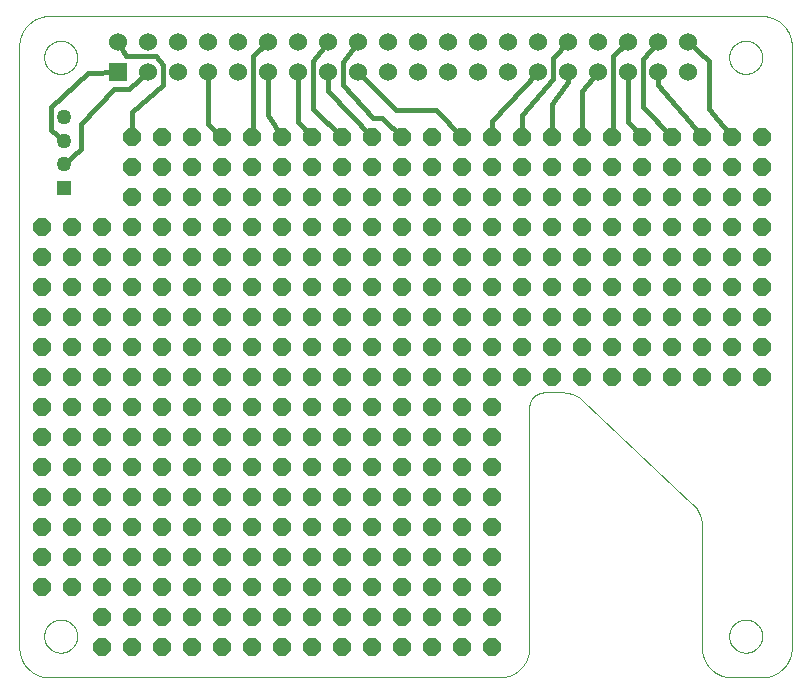
<source format=gtl>
G75*
%MOIN*%
%OFA0B0*%
%FSLAX25Y25*%
%IPPOS*%
%LPD*%
%AMOC8*
5,1,8,0,0,1.08239X$1,22.5*
%
%ADD10C,0.00000*%
%ADD11R,0.06000X0.06000*%
%ADD12C,0.06000*%
%ADD13OC8,0.06000*%
%ADD14R,0.05000X0.05000*%
%ADD15C,0.05000*%
%ADD16C,0.01600*%
D10*
X0015000Y0022600D02*
X0165000Y0022600D01*
X0165242Y0022603D01*
X0165483Y0022612D01*
X0165724Y0022626D01*
X0165965Y0022647D01*
X0166205Y0022673D01*
X0166445Y0022705D01*
X0166684Y0022743D01*
X0166921Y0022786D01*
X0167158Y0022836D01*
X0167393Y0022891D01*
X0167627Y0022951D01*
X0167859Y0023018D01*
X0168090Y0023089D01*
X0168319Y0023167D01*
X0168546Y0023250D01*
X0168771Y0023338D01*
X0168994Y0023432D01*
X0169214Y0023531D01*
X0169432Y0023636D01*
X0169647Y0023745D01*
X0169860Y0023860D01*
X0170070Y0023980D01*
X0170276Y0024105D01*
X0170480Y0024235D01*
X0170681Y0024370D01*
X0170878Y0024510D01*
X0171072Y0024654D01*
X0171262Y0024803D01*
X0171448Y0024957D01*
X0171631Y0025115D01*
X0171810Y0025277D01*
X0171985Y0025444D01*
X0172156Y0025615D01*
X0172323Y0025790D01*
X0172485Y0025969D01*
X0172643Y0026152D01*
X0172797Y0026338D01*
X0172946Y0026528D01*
X0173090Y0026722D01*
X0173230Y0026919D01*
X0173365Y0027120D01*
X0173495Y0027324D01*
X0173620Y0027530D01*
X0173740Y0027740D01*
X0173855Y0027953D01*
X0173964Y0028168D01*
X0174069Y0028386D01*
X0174168Y0028606D01*
X0174262Y0028829D01*
X0174350Y0029054D01*
X0174433Y0029281D01*
X0174511Y0029510D01*
X0174582Y0029741D01*
X0174649Y0029973D01*
X0174709Y0030207D01*
X0174764Y0030442D01*
X0174814Y0030679D01*
X0174857Y0030916D01*
X0174895Y0031155D01*
X0174927Y0031395D01*
X0174953Y0031635D01*
X0174974Y0031876D01*
X0174988Y0032117D01*
X0174997Y0032358D01*
X0175000Y0032600D01*
X0175000Y0112600D01*
X0175002Y0112740D01*
X0175008Y0112880D01*
X0175018Y0113020D01*
X0175031Y0113160D01*
X0175049Y0113299D01*
X0175071Y0113438D01*
X0175096Y0113575D01*
X0175125Y0113713D01*
X0175158Y0113849D01*
X0175195Y0113984D01*
X0175236Y0114118D01*
X0175281Y0114251D01*
X0175329Y0114383D01*
X0175381Y0114513D01*
X0175436Y0114642D01*
X0175495Y0114769D01*
X0175558Y0114895D01*
X0175624Y0115019D01*
X0175693Y0115140D01*
X0175766Y0115260D01*
X0175843Y0115378D01*
X0175922Y0115493D01*
X0176005Y0115607D01*
X0176091Y0115717D01*
X0176180Y0115826D01*
X0176272Y0115932D01*
X0176367Y0116035D01*
X0176464Y0116136D01*
X0176565Y0116233D01*
X0176668Y0116328D01*
X0176774Y0116420D01*
X0176883Y0116509D01*
X0176993Y0116595D01*
X0177107Y0116678D01*
X0177222Y0116757D01*
X0177340Y0116834D01*
X0177460Y0116907D01*
X0177581Y0116976D01*
X0177705Y0117042D01*
X0177831Y0117105D01*
X0177958Y0117164D01*
X0178087Y0117219D01*
X0178217Y0117271D01*
X0178349Y0117319D01*
X0178482Y0117364D01*
X0178616Y0117405D01*
X0178751Y0117442D01*
X0178887Y0117475D01*
X0179025Y0117504D01*
X0179162Y0117529D01*
X0179301Y0117551D01*
X0179440Y0117569D01*
X0179580Y0117582D01*
X0179720Y0117592D01*
X0179860Y0117598D01*
X0180000Y0117600D01*
X0186034Y0117600D01*
X0192888Y0114882D02*
X0229354Y0080561D01*
X0232500Y0073279D02*
X0232500Y0032600D01*
X0232503Y0032358D01*
X0232512Y0032117D01*
X0232526Y0031876D01*
X0232547Y0031635D01*
X0232573Y0031395D01*
X0232605Y0031155D01*
X0232643Y0030916D01*
X0232686Y0030679D01*
X0232736Y0030442D01*
X0232791Y0030207D01*
X0232851Y0029973D01*
X0232918Y0029741D01*
X0232989Y0029510D01*
X0233067Y0029281D01*
X0233150Y0029054D01*
X0233238Y0028829D01*
X0233332Y0028606D01*
X0233431Y0028386D01*
X0233536Y0028168D01*
X0233645Y0027953D01*
X0233760Y0027740D01*
X0233880Y0027530D01*
X0234005Y0027324D01*
X0234135Y0027120D01*
X0234270Y0026919D01*
X0234410Y0026722D01*
X0234554Y0026528D01*
X0234703Y0026338D01*
X0234857Y0026152D01*
X0235015Y0025969D01*
X0235177Y0025790D01*
X0235344Y0025615D01*
X0235515Y0025444D01*
X0235690Y0025277D01*
X0235869Y0025115D01*
X0236052Y0024957D01*
X0236238Y0024803D01*
X0236428Y0024654D01*
X0236622Y0024510D01*
X0236819Y0024370D01*
X0237020Y0024235D01*
X0237224Y0024105D01*
X0237430Y0023980D01*
X0237640Y0023860D01*
X0237853Y0023745D01*
X0238068Y0023636D01*
X0238286Y0023531D01*
X0238506Y0023432D01*
X0238729Y0023338D01*
X0238954Y0023250D01*
X0239181Y0023167D01*
X0239410Y0023089D01*
X0239641Y0023018D01*
X0239873Y0022951D01*
X0240107Y0022891D01*
X0240342Y0022836D01*
X0240579Y0022786D01*
X0240816Y0022743D01*
X0241055Y0022705D01*
X0241295Y0022673D01*
X0241535Y0022647D01*
X0241776Y0022626D01*
X0242017Y0022612D01*
X0242258Y0022603D01*
X0242500Y0022600D01*
X0252421Y0022600D01*
X0252422Y0022600D02*
X0252664Y0022602D01*
X0252907Y0022610D01*
X0253149Y0022624D01*
X0253391Y0022643D01*
X0253632Y0022669D01*
X0253873Y0022700D01*
X0254112Y0022737D01*
X0254351Y0022780D01*
X0254589Y0022828D01*
X0254825Y0022882D01*
X0255060Y0022942D01*
X0255294Y0023008D01*
X0255526Y0023079D01*
X0255756Y0023156D01*
X0255984Y0023238D01*
X0256210Y0023326D01*
X0256434Y0023420D01*
X0256656Y0023518D01*
X0256875Y0023622D01*
X0257091Y0023732D01*
X0257305Y0023846D01*
X0257516Y0023966D01*
X0257724Y0024090D01*
X0257930Y0024220D01*
X0258131Y0024355D01*
X0258330Y0024494D01*
X0258525Y0024638D01*
X0258717Y0024787D01*
X0258904Y0024941D01*
X0259089Y0025099D01*
X0259269Y0025261D01*
X0259445Y0025428D01*
X0259617Y0025599D01*
X0259785Y0025774D01*
X0259949Y0025952D01*
X0260109Y0026135D01*
X0260263Y0026322D01*
X0260414Y0026512D01*
X0260560Y0026706D01*
X0260701Y0026904D01*
X0260837Y0027105D01*
X0260968Y0027309D01*
X0261094Y0027516D01*
X0261216Y0027726D01*
X0261332Y0027939D01*
X0261443Y0028155D01*
X0261548Y0028373D01*
X0261649Y0028594D01*
X0261744Y0028817D01*
X0261834Y0029042D01*
X0261918Y0029270D01*
X0261996Y0029499D01*
X0262069Y0029731D01*
X0262137Y0029964D01*
X0262199Y0030198D01*
X0262255Y0030434D01*
X0262305Y0030672D01*
X0262350Y0030910D01*
X0262389Y0031150D01*
X0262422Y0031390D01*
X0262449Y0031631D01*
X0262471Y0031873D01*
X0262486Y0032115D01*
X0262496Y0032357D01*
X0262500Y0032600D01*
X0262500Y0233100D01*
X0262496Y0233346D01*
X0262485Y0233592D01*
X0262469Y0233838D01*
X0262446Y0234083D01*
X0262418Y0234327D01*
X0262384Y0234571D01*
X0262343Y0234813D01*
X0262297Y0235055D01*
X0262245Y0235296D01*
X0262186Y0235535D01*
X0262123Y0235772D01*
X0262053Y0236008D01*
X0261977Y0236242D01*
X0261896Y0236475D01*
X0261809Y0236705D01*
X0261716Y0236933D01*
X0261618Y0237158D01*
X0261515Y0237382D01*
X0261405Y0237602D01*
X0261291Y0237820D01*
X0261171Y0238035D01*
X0261046Y0238247D01*
X0260916Y0238456D01*
X0260781Y0238661D01*
X0260640Y0238863D01*
X0260495Y0239062D01*
X0260345Y0239257D01*
X0260190Y0239448D01*
X0260031Y0239636D01*
X0259867Y0239819D01*
X0259699Y0239999D01*
X0259526Y0240174D01*
X0259349Y0240345D01*
X0259168Y0240511D01*
X0258982Y0240673D01*
X0258793Y0240831D01*
X0258600Y0240984D01*
X0258404Y0241132D01*
X0258204Y0241275D01*
X0258000Y0241413D01*
X0257793Y0241546D01*
X0257583Y0241674D01*
X0257369Y0241797D01*
X0257153Y0241914D01*
X0256934Y0242026D01*
X0256713Y0242133D01*
X0256488Y0242234D01*
X0256262Y0242330D01*
X0256033Y0242420D01*
X0255802Y0242505D01*
X0255568Y0242584D01*
X0255333Y0242657D01*
X0255097Y0242724D01*
X0254859Y0242785D01*
X0254619Y0242841D01*
X0254378Y0242891D01*
X0254136Y0242934D01*
X0253893Y0242972D01*
X0253649Y0243004D01*
X0253404Y0243030D01*
X0253159Y0243050D01*
X0252913Y0243063D01*
X0252667Y0243071D01*
X0252421Y0243073D01*
X0252421Y0243072D02*
X0015000Y0243072D01*
X0014758Y0243069D01*
X0014517Y0243060D01*
X0014276Y0243046D01*
X0014035Y0243025D01*
X0013795Y0242999D01*
X0013555Y0242967D01*
X0013316Y0242929D01*
X0013079Y0242886D01*
X0012842Y0242836D01*
X0012607Y0242781D01*
X0012373Y0242721D01*
X0012141Y0242654D01*
X0011910Y0242583D01*
X0011681Y0242505D01*
X0011454Y0242422D01*
X0011229Y0242334D01*
X0011006Y0242240D01*
X0010786Y0242141D01*
X0010568Y0242036D01*
X0010353Y0241927D01*
X0010140Y0241812D01*
X0009930Y0241692D01*
X0009724Y0241567D01*
X0009520Y0241437D01*
X0009319Y0241302D01*
X0009122Y0241162D01*
X0008928Y0241018D01*
X0008738Y0240869D01*
X0008552Y0240715D01*
X0008369Y0240557D01*
X0008190Y0240395D01*
X0008015Y0240228D01*
X0007844Y0240057D01*
X0007677Y0239882D01*
X0007515Y0239703D01*
X0007357Y0239520D01*
X0007203Y0239334D01*
X0007054Y0239144D01*
X0006910Y0238950D01*
X0006770Y0238753D01*
X0006635Y0238552D01*
X0006505Y0238348D01*
X0006380Y0238142D01*
X0006260Y0237932D01*
X0006145Y0237719D01*
X0006036Y0237504D01*
X0005931Y0237286D01*
X0005832Y0237066D01*
X0005738Y0236843D01*
X0005650Y0236618D01*
X0005567Y0236391D01*
X0005489Y0236162D01*
X0005418Y0235931D01*
X0005351Y0235699D01*
X0005291Y0235465D01*
X0005236Y0235230D01*
X0005186Y0234993D01*
X0005143Y0234756D01*
X0005105Y0234517D01*
X0005073Y0234277D01*
X0005047Y0234037D01*
X0005026Y0233796D01*
X0005012Y0233555D01*
X0005003Y0233314D01*
X0005000Y0233072D01*
X0005000Y0032600D01*
X0005003Y0032358D01*
X0005012Y0032117D01*
X0005026Y0031876D01*
X0005047Y0031635D01*
X0005073Y0031395D01*
X0005105Y0031155D01*
X0005143Y0030916D01*
X0005186Y0030679D01*
X0005236Y0030442D01*
X0005291Y0030207D01*
X0005351Y0029973D01*
X0005418Y0029741D01*
X0005489Y0029510D01*
X0005567Y0029281D01*
X0005650Y0029054D01*
X0005738Y0028829D01*
X0005832Y0028606D01*
X0005931Y0028386D01*
X0006036Y0028168D01*
X0006145Y0027953D01*
X0006260Y0027740D01*
X0006380Y0027530D01*
X0006505Y0027324D01*
X0006635Y0027120D01*
X0006770Y0026919D01*
X0006910Y0026722D01*
X0007054Y0026528D01*
X0007203Y0026338D01*
X0007357Y0026152D01*
X0007515Y0025969D01*
X0007677Y0025790D01*
X0007844Y0025615D01*
X0008015Y0025444D01*
X0008190Y0025277D01*
X0008369Y0025115D01*
X0008552Y0024957D01*
X0008738Y0024803D01*
X0008928Y0024654D01*
X0009122Y0024510D01*
X0009319Y0024370D01*
X0009520Y0024235D01*
X0009724Y0024105D01*
X0009930Y0023980D01*
X0010140Y0023860D01*
X0010353Y0023745D01*
X0010568Y0023636D01*
X0010786Y0023531D01*
X0011006Y0023432D01*
X0011229Y0023338D01*
X0011454Y0023250D01*
X0011681Y0023167D01*
X0011910Y0023089D01*
X0012141Y0023018D01*
X0012373Y0022951D01*
X0012607Y0022891D01*
X0012842Y0022836D01*
X0013079Y0022786D01*
X0013316Y0022743D01*
X0013555Y0022705D01*
X0013795Y0022673D01*
X0014035Y0022647D01*
X0014276Y0022626D01*
X0014517Y0022612D01*
X0014758Y0022603D01*
X0015000Y0022600D01*
X0013268Y0036380D02*
X0013270Y0036528D01*
X0013276Y0036676D01*
X0013286Y0036824D01*
X0013300Y0036971D01*
X0013318Y0037118D01*
X0013339Y0037264D01*
X0013365Y0037410D01*
X0013395Y0037555D01*
X0013428Y0037699D01*
X0013466Y0037842D01*
X0013507Y0037984D01*
X0013552Y0038125D01*
X0013600Y0038265D01*
X0013653Y0038404D01*
X0013709Y0038541D01*
X0013769Y0038676D01*
X0013832Y0038810D01*
X0013899Y0038942D01*
X0013970Y0039072D01*
X0014044Y0039200D01*
X0014121Y0039326D01*
X0014202Y0039450D01*
X0014286Y0039572D01*
X0014373Y0039691D01*
X0014464Y0039808D01*
X0014558Y0039923D01*
X0014654Y0040035D01*
X0014754Y0040145D01*
X0014856Y0040251D01*
X0014962Y0040355D01*
X0015070Y0040456D01*
X0015181Y0040554D01*
X0015294Y0040650D01*
X0015410Y0040742D01*
X0015528Y0040831D01*
X0015649Y0040916D01*
X0015772Y0040999D01*
X0015897Y0041078D01*
X0016024Y0041154D01*
X0016153Y0041226D01*
X0016284Y0041295D01*
X0016417Y0041360D01*
X0016552Y0041421D01*
X0016688Y0041479D01*
X0016825Y0041534D01*
X0016964Y0041584D01*
X0017105Y0041631D01*
X0017246Y0041674D01*
X0017389Y0041714D01*
X0017533Y0041749D01*
X0017677Y0041781D01*
X0017823Y0041808D01*
X0017969Y0041832D01*
X0018116Y0041852D01*
X0018263Y0041868D01*
X0018410Y0041880D01*
X0018558Y0041888D01*
X0018706Y0041892D01*
X0018854Y0041892D01*
X0019002Y0041888D01*
X0019150Y0041880D01*
X0019297Y0041868D01*
X0019444Y0041852D01*
X0019591Y0041832D01*
X0019737Y0041808D01*
X0019883Y0041781D01*
X0020027Y0041749D01*
X0020171Y0041714D01*
X0020314Y0041674D01*
X0020455Y0041631D01*
X0020596Y0041584D01*
X0020735Y0041534D01*
X0020872Y0041479D01*
X0021008Y0041421D01*
X0021143Y0041360D01*
X0021276Y0041295D01*
X0021407Y0041226D01*
X0021536Y0041154D01*
X0021663Y0041078D01*
X0021788Y0040999D01*
X0021911Y0040916D01*
X0022032Y0040831D01*
X0022150Y0040742D01*
X0022266Y0040650D01*
X0022379Y0040554D01*
X0022490Y0040456D01*
X0022598Y0040355D01*
X0022704Y0040251D01*
X0022806Y0040145D01*
X0022906Y0040035D01*
X0023002Y0039923D01*
X0023096Y0039808D01*
X0023187Y0039691D01*
X0023274Y0039572D01*
X0023358Y0039450D01*
X0023439Y0039326D01*
X0023516Y0039200D01*
X0023590Y0039072D01*
X0023661Y0038942D01*
X0023728Y0038810D01*
X0023791Y0038676D01*
X0023851Y0038541D01*
X0023907Y0038404D01*
X0023960Y0038265D01*
X0024008Y0038125D01*
X0024053Y0037984D01*
X0024094Y0037842D01*
X0024132Y0037699D01*
X0024165Y0037555D01*
X0024195Y0037410D01*
X0024221Y0037264D01*
X0024242Y0037118D01*
X0024260Y0036971D01*
X0024274Y0036824D01*
X0024284Y0036676D01*
X0024290Y0036528D01*
X0024292Y0036380D01*
X0024290Y0036232D01*
X0024284Y0036084D01*
X0024274Y0035936D01*
X0024260Y0035789D01*
X0024242Y0035642D01*
X0024221Y0035496D01*
X0024195Y0035350D01*
X0024165Y0035205D01*
X0024132Y0035061D01*
X0024094Y0034918D01*
X0024053Y0034776D01*
X0024008Y0034635D01*
X0023960Y0034495D01*
X0023907Y0034356D01*
X0023851Y0034219D01*
X0023791Y0034084D01*
X0023728Y0033950D01*
X0023661Y0033818D01*
X0023590Y0033688D01*
X0023516Y0033560D01*
X0023439Y0033434D01*
X0023358Y0033310D01*
X0023274Y0033188D01*
X0023187Y0033069D01*
X0023096Y0032952D01*
X0023002Y0032837D01*
X0022906Y0032725D01*
X0022806Y0032615D01*
X0022704Y0032509D01*
X0022598Y0032405D01*
X0022490Y0032304D01*
X0022379Y0032206D01*
X0022266Y0032110D01*
X0022150Y0032018D01*
X0022032Y0031929D01*
X0021911Y0031844D01*
X0021788Y0031761D01*
X0021663Y0031682D01*
X0021536Y0031606D01*
X0021407Y0031534D01*
X0021276Y0031465D01*
X0021143Y0031400D01*
X0021008Y0031339D01*
X0020872Y0031281D01*
X0020735Y0031226D01*
X0020596Y0031176D01*
X0020455Y0031129D01*
X0020314Y0031086D01*
X0020171Y0031046D01*
X0020027Y0031011D01*
X0019883Y0030979D01*
X0019737Y0030952D01*
X0019591Y0030928D01*
X0019444Y0030908D01*
X0019297Y0030892D01*
X0019150Y0030880D01*
X0019002Y0030872D01*
X0018854Y0030868D01*
X0018706Y0030868D01*
X0018558Y0030872D01*
X0018410Y0030880D01*
X0018263Y0030892D01*
X0018116Y0030908D01*
X0017969Y0030928D01*
X0017823Y0030952D01*
X0017677Y0030979D01*
X0017533Y0031011D01*
X0017389Y0031046D01*
X0017246Y0031086D01*
X0017105Y0031129D01*
X0016964Y0031176D01*
X0016825Y0031226D01*
X0016688Y0031281D01*
X0016552Y0031339D01*
X0016417Y0031400D01*
X0016284Y0031465D01*
X0016153Y0031534D01*
X0016024Y0031606D01*
X0015897Y0031682D01*
X0015772Y0031761D01*
X0015649Y0031844D01*
X0015528Y0031929D01*
X0015410Y0032018D01*
X0015294Y0032110D01*
X0015181Y0032206D01*
X0015070Y0032304D01*
X0014962Y0032405D01*
X0014856Y0032509D01*
X0014754Y0032615D01*
X0014654Y0032725D01*
X0014558Y0032837D01*
X0014464Y0032952D01*
X0014373Y0033069D01*
X0014286Y0033188D01*
X0014202Y0033310D01*
X0014121Y0033434D01*
X0014044Y0033560D01*
X0013970Y0033688D01*
X0013899Y0033818D01*
X0013832Y0033950D01*
X0013769Y0034084D01*
X0013709Y0034219D01*
X0013653Y0034356D01*
X0013600Y0034495D01*
X0013552Y0034635D01*
X0013507Y0034776D01*
X0013466Y0034918D01*
X0013428Y0035061D01*
X0013395Y0035205D01*
X0013365Y0035350D01*
X0013339Y0035496D01*
X0013318Y0035642D01*
X0013300Y0035789D01*
X0013286Y0035936D01*
X0013276Y0036084D01*
X0013270Y0036232D01*
X0013268Y0036380D01*
X0186034Y0117600D02*
X0186278Y0117597D01*
X0186521Y0117588D01*
X0186764Y0117573D01*
X0187007Y0117553D01*
X0187249Y0117526D01*
X0187490Y0117493D01*
X0187731Y0117455D01*
X0187970Y0117411D01*
X0188209Y0117361D01*
X0188446Y0117305D01*
X0188681Y0117243D01*
X0188916Y0117176D01*
X0189148Y0117103D01*
X0189378Y0117024D01*
X0189607Y0116940D01*
X0189833Y0116850D01*
X0190058Y0116755D01*
X0190279Y0116654D01*
X0190499Y0116548D01*
X0190715Y0116437D01*
X0190929Y0116320D01*
X0191140Y0116198D01*
X0191348Y0116071D01*
X0191553Y0115939D01*
X0191754Y0115802D01*
X0191952Y0115661D01*
X0192147Y0115514D01*
X0192338Y0115363D01*
X0192525Y0115207D01*
X0192708Y0115047D01*
X0192888Y0114882D01*
X0229354Y0080561D02*
X0229526Y0080395D01*
X0229695Y0080224D01*
X0229860Y0080049D01*
X0230020Y0079871D01*
X0230176Y0079689D01*
X0230327Y0079503D01*
X0230474Y0079313D01*
X0230617Y0079120D01*
X0230755Y0078924D01*
X0230888Y0078724D01*
X0231016Y0078521D01*
X0231139Y0078315D01*
X0231257Y0078107D01*
X0231371Y0077895D01*
X0231479Y0077681D01*
X0231582Y0077464D01*
X0231680Y0077245D01*
X0231772Y0077024D01*
X0231859Y0076800D01*
X0231941Y0076575D01*
X0232018Y0076348D01*
X0232088Y0076118D01*
X0232154Y0075887D01*
X0232214Y0075655D01*
X0232268Y0075421D01*
X0232316Y0075187D01*
X0232359Y0074950D01*
X0232397Y0074713D01*
X0232428Y0074476D01*
X0232454Y0074237D01*
X0232474Y0073998D01*
X0232488Y0073759D01*
X0232497Y0073519D01*
X0232500Y0073279D01*
X0241614Y0036380D02*
X0241616Y0036528D01*
X0241622Y0036676D01*
X0241632Y0036824D01*
X0241646Y0036971D01*
X0241664Y0037118D01*
X0241685Y0037264D01*
X0241711Y0037410D01*
X0241741Y0037555D01*
X0241774Y0037699D01*
X0241812Y0037842D01*
X0241853Y0037984D01*
X0241898Y0038125D01*
X0241946Y0038265D01*
X0241999Y0038404D01*
X0242055Y0038541D01*
X0242115Y0038676D01*
X0242178Y0038810D01*
X0242245Y0038942D01*
X0242316Y0039072D01*
X0242390Y0039200D01*
X0242467Y0039326D01*
X0242548Y0039450D01*
X0242632Y0039572D01*
X0242719Y0039691D01*
X0242810Y0039808D01*
X0242904Y0039923D01*
X0243000Y0040035D01*
X0243100Y0040145D01*
X0243202Y0040251D01*
X0243308Y0040355D01*
X0243416Y0040456D01*
X0243527Y0040554D01*
X0243640Y0040650D01*
X0243756Y0040742D01*
X0243874Y0040831D01*
X0243995Y0040916D01*
X0244118Y0040999D01*
X0244243Y0041078D01*
X0244370Y0041154D01*
X0244499Y0041226D01*
X0244630Y0041295D01*
X0244763Y0041360D01*
X0244898Y0041421D01*
X0245034Y0041479D01*
X0245171Y0041534D01*
X0245310Y0041584D01*
X0245451Y0041631D01*
X0245592Y0041674D01*
X0245735Y0041714D01*
X0245879Y0041749D01*
X0246023Y0041781D01*
X0246169Y0041808D01*
X0246315Y0041832D01*
X0246462Y0041852D01*
X0246609Y0041868D01*
X0246756Y0041880D01*
X0246904Y0041888D01*
X0247052Y0041892D01*
X0247200Y0041892D01*
X0247348Y0041888D01*
X0247496Y0041880D01*
X0247643Y0041868D01*
X0247790Y0041852D01*
X0247937Y0041832D01*
X0248083Y0041808D01*
X0248229Y0041781D01*
X0248373Y0041749D01*
X0248517Y0041714D01*
X0248660Y0041674D01*
X0248801Y0041631D01*
X0248942Y0041584D01*
X0249081Y0041534D01*
X0249218Y0041479D01*
X0249354Y0041421D01*
X0249489Y0041360D01*
X0249622Y0041295D01*
X0249753Y0041226D01*
X0249882Y0041154D01*
X0250009Y0041078D01*
X0250134Y0040999D01*
X0250257Y0040916D01*
X0250378Y0040831D01*
X0250496Y0040742D01*
X0250612Y0040650D01*
X0250725Y0040554D01*
X0250836Y0040456D01*
X0250944Y0040355D01*
X0251050Y0040251D01*
X0251152Y0040145D01*
X0251252Y0040035D01*
X0251348Y0039923D01*
X0251442Y0039808D01*
X0251533Y0039691D01*
X0251620Y0039572D01*
X0251704Y0039450D01*
X0251785Y0039326D01*
X0251862Y0039200D01*
X0251936Y0039072D01*
X0252007Y0038942D01*
X0252074Y0038810D01*
X0252137Y0038676D01*
X0252197Y0038541D01*
X0252253Y0038404D01*
X0252306Y0038265D01*
X0252354Y0038125D01*
X0252399Y0037984D01*
X0252440Y0037842D01*
X0252478Y0037699D01*
X0252511Y0037555D01*
X0252541Y0037410D01*
X0252567Y0037264D01*
X0252588Y0037118D01*
X0252606Y0036971D01*
X0252620Y0036824D01*
X0252630Y0036676D01*
X0252636Y0036528D01*
X0252638Y0036380D01*
X0252636Y0036232D01*
X0252630Y0036084D01*
X0252620Y0035936D01*
X0252606Y0035789D01*
X0252588Y0035642D01*
X0252567Y0035496D01*
X0252541Y0035350D01*
X0252511Y0035205D01*
X0252478Y0035061D01*
X0252440Y0034918D01*
X0252399Y0034776D01*
X0252354Y0034635D01*
X0252306Y0034495D01*
X0252253Y0034356D01*
X0252197Y0034219D01*
X0252137Y0034084D01*
X0252074Y0033950D01*
X0252007Y0033818D01*
X0251936Y0033688D01*
X0251862Y0033560D01*
X0251785Y0033434D01*
X0251704Y0033310D01*
X0251620Y0033188D01*
X0251533Y0033069D01*
X0251442Y0032952D01*
X0251348Y0032837D01*
X0251252Y0032725D01*
X0251152Y0032615D01*
X0251050Y0032509D01*
X0250944Y0032405D01*
X0250836Y0032304D01*
X0250725Y0032206D01*
X0250612Y0032110D01*
X0250496Y0032018D01*
X0250378Y0031929D01*
X0250257Y0031844D01*
X0250134Y0031761D01*
X0250009Y0031682D01*
X0249882Y0031606D01*
X0249753Y0031534D01*
X0249622Y0031465D01*
X0249489Y0031400D01*
X0249354Y0031339D01*
X0249218Y0031281D01*
X0249081Y0031226D01*
X0248942Y0031176D01*
X0248801Y0031129D01*
X0248660Y0031086D01*
X0248517Y0031046D01*
X0248373Y0031011D01*
X0248229Y0030979D01*
X0248083Y0030952D01*
X0247937Y0030928D01*
X0247790Y0030908D01*
X0247643Y0030892D01*
X0247496Y0030880D01*
X0247348Y0030872D01*
X0247200Y0030868D01*
X0247052Y0030868D01*
X0246904Y0030872D01*
X0246756Y0030880D01*
X0246609Y0030892D01*
X0246462Y0030908D01*
X0246315Y0030928D01*
X0246169Y0030952D01*
X0246023Y0030979D01*
X0245879Y0031011D01*
X0245735Y0031046D01*
X0245592Y0031086D01*
X0245451Y0031129D01*
X0245310Y0031176D01*
X0245171Y0031226D01*
X0245034Y0031281D01*
X0244898Y0031339D01*
X0244763Y0031400D01*
X0244630Y0031465D01*
X0244499Y0031534D01*
X0244370Y0031606D01*
X0244243Y0031682D01*
X0244118Y0031761D01*
X0243995Y0031844D01*
X0243874Y0031929D01*
X0243756Y0032018D01*
X0243640Y0032110D01*
X0243527Y0032206D01*
X0243416Y0032304D01*
X0243308Y0032405D01*
X0243202Y0032509D01*
X0243100Y0032615D01*
X0243000Y0032725D01*
X0242904Y0032837D01*
X0242810Y0032952D01*
X0242719Y0033069D01*
X0242632Y0033188D01*
X0242548Y0033310D01*
X0242467Y0033434D01*
X0242390Y0033560D01*
X0242316Y0033688D01*
X0242245Y0033818D01*
X0242178Y0033950D01*
X0242115Y0034084D01*
X0242055Y0034219D01*
X0241999Y0034356D01*
X0241946Y0034495D01*
X0241898Y0034635D01*
X0241853Y0034776D01*
X0241812Y0034918D01*
X0241774Y0035061D01*
X0241741Y0035205D01*
X0241711Y0035350D01*
X0241685Y0035496D01*
X0241664Y0035642D01*
X0241646Y0035789D01*
X0241632Y0035936D01*
X0241622Y0036084D01*
X0241616Y0036232D01*
X0241614Y0036380D01*
X0241614Y0229293D02*
X0241616Y0229441D01*
X0241622Y0229589D01*
X0241632Y0229737D01*
X0241646Y0229884D01*
X0241664Y0230031D01*
X0241685Y0230177D01*
X0241711Y0230323D01*
X0241741Y0230468D01*
X0241774Y0230612D01*
X0241812Y0230755D01*
X0241853Y0230897D01*
X0241898Y0231038D01*
X0241946Y0231178D01*
X0241999Y0231317D01*
X0242055Y0231454D01*
X0242115Y0231589D01*
X0242178Y0231723D01*
X0242245Y0231855D01*
X0242316Y0231985D01*
X0242390Y0232113D01*
X0242467Y0232239D01*
X0242548Y0232363D01*
X0242632Y0232485D01*
X0242719Y0232604D01*
X0242810Y0232721D01*
X0242904Y0232836D01*
X0243000Y0232948D01*
X0243100Y0233058D01*
X0243202Y0233164D01*
X0243308Y0233268D01*
X0243416Y0233369D01*
X0243527Y0233467D01*
X0243640Y0233563D01*
X0243756Y0233655D01*
X0243874Y0233744D01*
X0243995Y0233829D01*
X0244118Y0233912D01*
X0244243Y0233991D01*
X0244370Y0234067D01*
X0244499Y0234139D01*
X0244630Y0234208D01*
X0244763Y0234273D01*
X0244898Y0234334D01*
X0245034Y0234392D01*
X0245171Y0234447D01*
X0245310Y0234497D01*
X0245451Y0234544D01*
X0245592Y0234587D01*
X0245735Y0234627D01*
X0245879Y0234662D01*
X0246023Y0234694D01*
X0246169Y0234721D01*
X0246315Y0234745D01*
X0246462Y0234765D01*
X0246609Y0234781D01*
X0246756Y0234793D01*
X0246904Y0234801D01*
X0247052Y0234805D01*
X0247200Y0234805D01*
X0247348Y0234801D01*
X0247496Y0234793D01*
X0247643Y0234781D01*
X0247790Y0234765D01*
X0247937Y0234745D01*
X0248083Y0234721D01*
X0248229Y0234694D01*
X0248373Y0234662D01*
X0248517Y0234627D01*
X0248660Y0234587D01*
X0248801Y0234544D01*
X0248942Y0234497D01*
X0249081Y0234447D01*
X0249218Y0234392D01*
X0249354Y0234334D01*
X0249489Y0234273D01*
X0249622Y0234208D01*
X0249753Y0234139D01*
X0249882Y0234067D01*
X0250009Y0233991D01*
X0250134Y0233912D01*
X0250257Y0233829D01*
X0250378Y0233744D01*
X0250496Y0233655D01*
X0250612Y0233563D01*
X0250725Y0233467D01*
X0250836Y0233369D01*
X0250944Y0233268D01*
X0251050Y0233164D01*
X0251152Y0233058D01*
X0251252Y0232948D01*
X0251348Y0232836D01*
X0251442Y0232721D01*
X0251533Y0232604D01*
X0251620Y0232485D01*
X0251704Y0232363D01*
X0251785Y0232239D01*
X0251862Y0232113D01*
X0251936Y0231985D01*
X0252007Y0231855D01*
X0252074Y0231723D01*
X0252137Y0231589D01*
X0252197Y0231454D01*
X0252253Y0231317D01*
X0252306Y0231178D01*
X0252354Y0231038D01*
X0252399Y0230897D01*
X0252440Y0230755D01*
X0252478Y0230612D01*
X0252511Y0230468D01*
X0252541Y0230323D01*
X0252567Y0230177D01*
X0252588Y0230031D01*
X0252606Y0229884D01*
X0252620Y0229737D01*
X0252630Y0229589D01*
X0252636Y0229441D01*
X0252638Y0229293D01*
X0252636Y0229145D01*
X0252630Y0228997D01*
X0252620Y0228849D01*
X0252606Y0228702D01*
X0252588Y0228555D01*
X0252567Y0228409D01*
X0252541Y0228263D01*
X0252511Y0228118D01*
X0252478Y0227974D01*
X0252440Y0227831D01*
X0252399Y0227689D01*
X0252354Y0227548D01*
X0252306Y0227408D01*
X0252253Y0227269D01*
X0252197Y0227132D01*
X0252137Y0226997D01*
X0252074Y0226863D01*
X0252007Y0226731D01*
X0251936Y0226601D01*
X0251862Y0226473D01*
X0251785Y0226347D01*
X0251704Y0226223D01*
X0251620Y0226101D01*
X0251533Y0225982D01*
X0251442Y0225865D01*
X0251348Y0225750D01*
X0251252Y0225638D01*
X0251152Y0225528D01*
X0251050Y0225422D01*
X0250944Y0225318D01*
X0250836Y0225217D01*
X0250725Y0225119D01*
X0250612Y0225023D01*
X0250496Y0224931D01*
X0250378Y0224842D01*
X0250257Y0224757D01*
X0250134Y0224674D01*
X0250009Y0224595D01*
X0249882Y0224519D01*
X0249753Y0224447D01*
X0249622Y0224378D01*
X0249489Y0224313D01*
X0249354Y0224252D01*
X0249218Y0224194D01*
X0249081Y0224139D01*
X0248942Y0224089D01*
X0248801Y0224042D01*
X0248660Y0223999D01*
X0248517Y0223959D01*
X0248373Y0223924D01*
X0248229Y0223892D01*
X0248083Y0223865D01*
X0247937Y0223841D01*
X0247790Y0223821D01*
X0247643Y0223805D01*
X0247496Y0223793D01*
X0247348Y0223785D01*
X0247200Y0223781D01*
X0247052Y0223781D01*
X0246904Y0223785D01*
X0246756Y0223793D01*
X0246609Y0223805D01*
X0246462Y0223821D01*
X0246315Y0223841D01*
X0246169Y0223865D01*
X0246023Y0223892D01*
X0245879Y0223924D01*
X0245735Y0223959D01*
X0245592Y0223999D01*
X0245451Y0224042D01*
X0245310Y0224089D01*
X0245171Y0224139D01*
X0245034Y0224194D01*
X0244898Y0224252D01*
X0244763Y0224313D01*
X0244630Y0224378D01*
X0244499Y0224447D01*
X0244370Y0224519D01*
X0244243Y0224595D01*
X0244118Y0224674D01*
X0243995Y0224757D01*
X0243874Y0224842D01*
X0243756Y0224931D01*
X0243640Y0225023D01*
X0243527Y0225119D01*
X0243416Y0225217D01*
X0243308Y0225318D01*
X0243202Y0225422D01*
X0243100Y0225528D01*
X0243000Y0225638D01*
X0242904Y0225750D01*
X0242810Y0225865D01*
X0242719Y0225982D01*
X0242632Y0226101D01*
X0242548Y0226223D01*
X0242467Y0226347D01*
X0242390Y0226473D01*
X0242316Y0226601D01*
X0242245Y0226731D01*
X0242178Y0226863D01*
X0242115Y0226997D01*
X0242055Y0227132D01*
X0241999Y0227269D01*
X0241946Y0227408D01*
X0241898Y0227548D01*
X0241853Y0227689D01*
X0241812Y0227831D01*
X0241774Y0227974D01*
X0241741Y0228118D01*
X0241711Y0228263D01*
X0241685Y0228409D01*
X0241664Y0228555D01*
X0241646Y0228702D01*
X0241632Y0228849D01*
X0241622Y0228997D01*
X0241616Y0229145D01*
X0241614Y0229293D01*
X0013268Y0229293D02*
X0013270Y0229441D01*
X0013276Y0229589D01*
X0013286Y0229737D01*
X0013300Y0229884D01*
X0013318Y0230031D01*
X0013339Y0230177D01*
X0013365Y0230323D01*
X0013395Y0230468D01*
X0013428Y0230612D01*
X0013466Y0230755D01*
X0013507Y0230897D01*
X0013552Y0231038D01*
X0013600Y0231178D01*
X0013653Y0231317D01*
X0013709Y0231454D01*
X0013769Y0231589D01*
X0013832Y0231723D01*
X0013899Y0231855D01*
X0013970Y0231985D01*
X0014044Y0232113D01*
X0014121Y0232239D01*
X0014202Y0232363D01*
X0014286Y0232485D01*
X0014373Y0232604D01*
X0014464Y0232721D01*
X0014558Y0232836D01*
X0014654Y0232948D01*
X0014754Y0233058D01*
X0014856Y0233164D01*
X0014962Y0233268D01*
X0015070Y0233369D01*
X0015181Y0233467D01*
X0015294Y0233563D01*
X0015410Y0233655D01*
X0015528Y0233744D01*
X0015649Y0233829D01*
X0015772Y0233912D01*
X0015897Y0233991D01*
X0016024Y0234067D01*
X0016153Y0234139D01*
X0016284Y0234208D01*
X0016417Y0234273D01*
X0016552Y0234334D01*
X0016688Y0234392D01*
X0016825Y0234447D01*
X0016964Y0234497D01*
X0017105Y0234544D01*
X0017246Y0234587D01*
X0017389Y0234627D01*
X0017533Y0234662D01*
X0017677Y0234694D01*
X0017823Y0234721D01*
X0017969Y0234745D01*
X0018116Y0234765D01*
X0018263Y0234781D01*
X0018410Y0234793D01*
X0018558Y0234801D01*
X0018706Y0234805D01*
X0018854Y0234805D01*
X0019002Y0234801D01*
X0019150Y0234793D01*
X0019297Y0234781D01*
X0019444Y0234765D01*
X0019591Y0234745D01*
X0019737Y0234721D01*
X0019883Y0234694D01*
X0020027Y0234662D01*
X0020171Y0234627D01*
X0020314Y0234587D01*
X0020455Y0234544D01*
X0020596Y0234497D01*
X0020735Y0234447D01*
X0020872Y0234392D01*
X0021008Y0234334D01*
X0021143Y0234273D01*
X0021276Y0234208D01*
X0021407Y0234139D01*
X0021536Y0234067D01*
X0021663Y0233991D01*
X0021788Y0233912D01*
X0021911Y0233829D01*
X0022032Y0233744D01*
X0022150Y0233655D01*
X0022266Y0233563D01*
X0022379Y0233467D01*
X0022490Y0233369D01*
X0022598Y0233268D01*
X0022704Y0233164D01*
X0022806Y0233058D01*
X0022906Y0232948D01*
X0023002Y0232836D01*
X0023096Y0232721D01*
X0023187Y0232604D01*
X0023274Y0232485D01*
X0023358Y0232363D01*
X0023439Y0232239D01*
X0023516Y0232113D01*
X0023590Y0231985D01*
X0023661Y0231855D01*
X0023728Y0231723D01*
X0023791Y0231589D01*
X0023851Y0231454D01*
X0023907Y0231317D01*
X0023960Y0231178D01*
X0024008Y0231038D01*
X0024053Y0230897D01*
X0024094Y0230755D01*
X0024132Y0230612D01*
X0024165Y0230468D01*
X0024195Y0230323D01*
X0024221Y0230177D01*
X0024242Y0230031D01*
X0024260Y0229884D01*
X0024274Y0229737D01*
X0024284Y0229589D01*
X0024290Y0229441D01*
X0024292Y0229293D01*
X0024290Y0229145D01*
X0024284Y0228997D01*
X0024274Y0228849D01*
X0024260Y0228702D01*
X0024242Y0228555D01*
X0024221Y0228409D01*
X0024195Y0228263D01*
X0024165Y0228118D01*
X0024132Y0227974D01*
X0024094Y0227831D01*
X0024053Y0227689D01*
X0024008Y0227548D01*
X0023960Y0227408D01*
X0023907Y0227269D01*
X0023851Y0227132D01*
X0023791Y0226997D01*
X0023728Y0226863D01*
X0023661Y0226731D01*
X0023590Y0226601D01*
X0023516Y0226473D01*
X0023439Y0226347D01*
X0023358Y0226223D01*
X0023274Y0226101D01*
X0023187Y0225982D01*
X0023096Y0225865D01*
X0023002Y0225750D01*
X0022906Y0225638D01*
X0022806Y0225528D01*
X0022704Y0225422D01*
X0022598Y0225318D01*
X0022490Y0225217D01*
X0022379Y0225119D01*
X0022266Y0225023D01*
X0022150Y0224931D01*
X0022032Y0224842D01*
X0021911Y0224757D01*
X0021788Y0224674D01*
X0021663Y0224595D01*
X0021536Y0224519D01*
X0021407Y0224447D01*
X0021276Y0224378D01*
X0021143Y0224313D01*
X0021008Y0224252D01*
X0020872Y0224194D01*
X0020735Y0224139D01*
X0020596Y0224089D01*
X0020455Y0224042D01*
X0020314Y0223999D01*
X0020171Y0223959D01*
X0020027Y0223924D01*
X0019883Y0223892D01*
X0019737Y0223865D01*
X0019591Y0223841D01*
X0019444Y0223821D01*
X0019297Y0223805D01*
X0019150Y0223793D01*
X0019002Y0223785D01*
X0018854Y0223781D01*
X0018706Y0223781D01*
X0018558Y0223785D01*
X0018410Y0223793D01*
X0018263Y0223805D01*
X0018116Y0223821D01*
X0017969Y0223841D01*
X0017823Y0223865D01*
X0017677Y0223892D01*
X0017533Y0223924D01*
X0017389Y0223959D01*
X0017246Y0223999D01*
X0017105Y0224042D01*
X0016964Y0224089D01*
X0016825Y0224139D01*
X0016688Y0224194D01*
X0016552Y0224252D01*
X0016417Y0224313D01*
X0016284Y0224378D01*
X0016153Y0224447D01*
X0016024Y0224519D01*
X0015897Y0224595D01*
X0015772Y0224674D01*
X0015649Y0224757D01*
X0015528Y0224842D01*
X0015410Y0224931D01*
X0015294Y0225023D01*
X0015181Y0225119D01*
X0015070Y0225217D01*
X0014962Y0225318D01*
X0014856Y0225422D01*
X0014754Y0225528D01*
X0014654Y0225638D01*
X0014558Y0225750D01*
X0014464Y0225865D01*
X0014373Y0225982D01*
X0014286Y0226101D01*
X0014202Y0226223D01*
X0014121Y0226347D01*
X0014044Y0226473D01*
X0013970Y0226601D01*
X0013899Y0226731D01*
X0013832Y0226863D01*
X0013769Y0226997D01*
X0013709Y0227132D01*
X0013653Y0227269D01*
X0013600Y0227408D01*
X0013552Y0227548D01*
X0013507Y0227689D01*
X0013466Y0227831D01*
X0013428Y0227974D01*
X0013395Y0228118D01*
X0013365Y0228263D01*
X0013339Y0228409D01*
X0013318Y0228555D01*
X0013300Y0228702D01*
X0013286Y0228849D01*
X0013276Y0228997D01*
X0013270Y0229145D01*
X0013268Y0229293D01*
D11*
X0037953Y0224293D03*
D12*
X0047900Y0224300D03*
X0057900Y0224300D03*
X0067900Y0224300D03*
X0077900Y0224300D03*
X0087900Y0224300D03*
X0097900Y0224300D03*
X0107900Y0224300D03*
X0117900Y0224300D03*
X0127900Y0224300D03*
X0137900Y0224300D03*
X0147900Y0224300D03*
X0157900Y0224300D03*
X0167900Y0224300D03*
X0177900Y0224300D03*
X0187900Y0224300D03*
X0197900Y0224300D03*
X0207900Y0224300D03*
X0217900Y0224300D03*
X0227900Y0224300D03*
X0227900Y0234300D03*
X0217900Y0234300D03*
X0207900Y0234300D03*
X0197900Y0234300D03*
X0187900Y0234300D03*
X0177900Y0234300D03*
X0167900Y0234300D03*
X0157900Y0234300D03*
X0147900Y0234300D03*
X0137900Y0234300D03*
X0127900Y0234300D03*
X0117900Y0234300D03*
X0107900Y0234300D03*
X0097900Y0234300D03*
X0087900Y0234300D03*
X0077900Y0234300D03*
X0067900Y0234300D03*
X0057900Y0234300D03*
X0047900Y0234300D03*
X0037900Y0234300D03*
D13*
X0042500Y0202600D03*
X0052500Y0202600D03*
X0062500Y0202600D03*
X0072500Y0202600D03*
X0082500Y0202600D03*
X0092500Y0202600D03*
X0102500Y0202600D03*
X0112500Y0202600D03*
X0122500Y0202600D03*
X0132500Y0202600D03*
X0142500Y0202600D03*
X0152500Y0202600D03*
X0162500Y0202600D03*
X0172500Y0202600D03*
X0182500Y0202600D03*
X0192500Y0202600D03*
X0202500Y0202600D03*
X0212500Y0202600D03*
X0222500Y0202600D03*
X0232500Y0202600D03*
X0242500Y0202600D03*
X0252500Y0202600D03*
X0252500Y0192600D03*
X0242500Y0192600D03*
X0232500Y0192600D03*
X0222500Y0192600D03*
X0212500Y0192600D03*
X0202500Y0192600D03*
X0192500Y0192600D03*
X0182500Y0192600D03*
X0172500Y0192600D03*
X0162500Y0192600D03*
X0152500Y0192600D03*
X0142500Y0192600D03*
X0132500Y0192600D03*
X0122500Y0192600D03*
X0112500Y0192600D03*
X0102500Y0192600D03*
X0092500Y0192600D03*
X0082500Y0192600D03*
X0072500Y0192600D03*
X0062500Y0192600D03*
X0052500Y0192600D03*
X0042500Y0192600D03*
X0042500Y0182600D03*
X0052500Y0182600D03*
X0062500Y0182600D03*
X0072500Y0182600D03*
X0082500Y0182600D03*
X0092500Y0182600D03*
X0102500Y0182600D03*
X0112500Y0182600D03*
X0122500Y0182600D03*
X0132500Y0182600D03*
X0142500Y0182600D03*
X0152500Y0182600D03*
X0162500Y0182600D03*
X0172500Y0182600D03*
X0182500Y0182600D03*
X0192500Y0182600D03*
X0202500Y0182600D03*
X0212500Y0182600D03*
X0222500Y0182600D03*
X0232500Y0182600D03*
X0242500Y0182600D03*
X0252500Y0182600D03*
X0252500Y0172600D03*
X0242500Y0172600D03*
X0232500Y0172600D03*
X0222500Y0172600D03*
X0212500Y0172600D03*
X0202500Y0172600D03*
X0192500Y0172600D03*
X0182500Y0172600D03*
X0172500Y0172600D03*
X0162500Y0172600D03*
X0152500Y0172600D03*
X0142500Y0172600D03*
X0132500Y0172600D03*
X0122500Y0172600D03*
X0112500Y0172600D03*
X0102500Y0172600D03*
X0092500Y0172600D03*
X0082500Y0172600D03*
X0072500Y0172600D03*
X0062500Y0172600D03*
X0052500Y0172600D03*
X0042500Y0172600D03*
X0032500Y0172600D03*
X0022500Y0172600D03*
X0012500Y0172600D03*
X0012500Y0162600D03*
X0022500Y0162600D03*
X0032500Y0162600D03*
X0042500Y0162600D03*
X0052500Y0162600D03*
X0062500Y0162600D03*
X0072500Y0162600D03*
X0082500Y0162600D03*
X0092500Y0162600D03*
X0102500Y0162600D03*
X0112500Y0162600D03*
X0122500Y0162600D03*
X0132500Y0162600D03*
X0142500Y0162600D03*
X0152500Y0162600D03*
X0162500Y0162600D03*
X0172500Y0162600D03*
X0182500Y0162600D03*
X0192500Y0162600D03*
X0202500Y0162600D03*
X0212500Y0162600D03*
X0222500Y0162600D03*
X0232500Y0162600D03*
X0242500Y0162600D03*
X0252500Y0162600D03*
X0252500Y0152600D03*
X0242500Y0152600D03*
X0232500Y0152600D03*
X0222500Y0152600D03*
X0212500Y0152600D03*
X0202500Y0152600D03*
X0192500Y0152600D03*
X0182500Y0152600D03*
X0172500Y0152600D03*
X0162500Y0152600D03*
X0152500Y0152600D03*
X0142500Y0152600D03*
X0132500Y0152600D03*
X0122500Y0152600D03*
X0112500Y0152600D03*
X0102500Y0152600D03*
X0092500Y0152600D03*
X0082500Y0152600D03*
X0072500Y0152600D03*
X0062500Y0152600D03*
X0052500Y0152600D03*
X0042500Y0152600D03*
X0032500Y0152600D03*
X0022500Y0152600D03*
X0012500Y0152600D03*
X0012500Y0142600D03*
X0022500Y0142600D03*
X0032500Y0142600D03*
X0042500Y0142600D03*
X0052500Y0142600D03*
X0062500Y0142600D03*
X0072500Y0142600D03*
X0082500Y0142600D03*
X0092500Y0142600D03*
X0102500Y0142600D03*
X0112500Y0142600D03*
X0122500Y0142600D03*
X0132500Y0142600D03*
X0142500Y0142600D03*
X0152500Y0142600D03*
X0162500Y0142600D03*
X0172500Y0142600D03*
X0182500Y0142600D03*
X0192500Y0142600D03*
X0202500Y0142600D03*
X0212500Y0142600D03*
X0222500Y0142600D03*
X0232500Y0142600D03*
X0242500Y0142600D03*
X0252500Y0142600D03*
X0252500Y0132600D03*
X0242500Y0132600D03*
X0232500Y0132600D03*
X0222500Y0132600D03*
X0212500Y0132600D03*
X0202500Y0132600D03*
X0192500Y0132600D03*
X0182500Y0132600D03*
X0172500Y0132600D03*
X0162500Y0132600D03*
X0152500Y0132600D03*
X0142500Y0132600D03*
X0132500Y0132600D03*
X0122500Y0132600D03*
X0112500Y0132600D03*
X0102500Y0132600D03*
X0092500Y0132600D03*
X0082500Y0132600D03*
X0072500Y0132600D03*
X0062500Y0132600D03*
X0052500Y0132600D03*
X0042500Y0132600D03*
X0032500Y0132600D03*
X0022500Y0132600D03*
X0012500Y0132600D03*
X0012500Y0122600D03*
X0022500Y0122600D03*
X0032500Y0122600D03*
X0042500Y0122600D03*
X0052500Y0122600D03*
X0062500Y0122600D03*
X0072500Y0122600D03*
X0082500Y0122600D03*
X0092500Y0122600D03*
X0102500Y0122600D03*
X0112500Y0122600D03*
X0122500Y0122600D03*
X0132500Y0122600D03*
X0142500Y0122600D03*
X0152500Y0122600D03*
X0162500Y0122600D03*
X0172500Y0122600D03*
X0182500Y0122600D03*
X0192500Y0122600D03*
X0202500Y0122600D03*
X0212500Y0122600D03*
X0222500Y0122600D03*
X0232500Y0122600D03*
X0242500Y0122600D03*
X0252500Y0122600D03*
X0162500Y0112600D03*
X0152500Y0112600D03*
X0142500Y0112600D03*
X0132500Y0112600D03*
X0122500Y0112600D03*
X0112500Y0112600D03*
X0102500Y0112600D03*
X0092500Y0112600D03*
X0082500Y0112600D03*
X0072500Y0112600D03*
X0062500Y0112600D03*
X0052500Y0112600D03*
X0042500Y0112600D03*
X0032500Y0112600D03*
X0022500Y0112600D03*
X0012500Y0112600D03*
X0012500Y0102600D03*
X0022500Y0102600D03*
X0032500Y0102600D03*
X0042500Y0102600D03*
X0052500Y0102600D03*
X0062500Y0102600D03*
X0072500Y0102600D03*
X0082500Y0102600D03*
X0092500Y0102600D03*
X0102500Y0102600D03*
X0112500Y0102600D03*
X0122500Y0102600D03*
X0132500Y0102600D03*
X0142500Y0102600D03*
X0152500Y0102600D03*
X0162500Y0102600D03*
X0162500Y0092600D03*
X0152500Y0092600D03*
X0142500Y0092600D03*
X0132500Y0092600D03*
X0122500Y0092600D03*
X0112500Y0092600D03*
X0102500Y0092600D03*
X0092500Y0092600D03*
X0082500Y0092600D03*
X0072500Y0092600D03*
X0062500Y0092600D03*
X0052500Y0092600D03*
X0042500Y0092600D03*
X0032500Y0092600D03*
X0022500Y0092600D03*
X0012500Y0092600D03*
X0012500Y0082600D03*
X0022500Y0082600D03*
X0032500Y0082600D03*
X0042500Y0082600D03*
X0052500Y0082600D03*
X0062500Y0082600D03*
X0072500Y0082600D03*
X0082500Y0082600D03*
X0092500Y0082600D03*
X0102500Y0082600D03*
X0112500Y0082600D03*
X0122500Y0082600D03*
X0132500Y0082600D03*
X0142500Y0082600D03*
X0152500Y0082600D03*
X0162500Y0082600D03*
X0162500Y0072600D03*
X0152500Y0072600D03*
X0142500Y0072600D03*
X0132500Y0072600D03*
X0122500Y0072600D03*
X0112500Y0072600D03*
X0102500Y0072600D03*
X0092500Y0072600D03*
X0082500Y0072600D03*
X0072500Y0072600D03*
X0062500Y0072600D03*
X0052500Y0072600D03*
X0042500Y0072600D03*
X0032500Y0072600D03*
X0022500Y0072600D03*
X0012500Y0072600D03*
X0012500Y0062600D03*
X0022500Y0062600D03*
X0032500Y0062600D03*
X0042500Y0062600D03*
X0052500Y0062600D03*
X0062500Y0062600D03*
X0072500Y0062600D03*
X0082500Y0062600D03*
X0092500Y0062600D03*
X0102500Y0062600D03*
X0112500Y0062600D03*
X0122500Y0062600D03*
X0132500Y0062600D03*
X0142500Y0062600D03*
X0152500Y0062600D03*
X0162500Y0062600D03*
X0162500Y0052600D03*
X0152500Y0052600D03*
X0142500Y0052600D03*
X0132500Y0052600D03*
X0122500Y0052600D03*
X0112500Y0052600D03*
X0102500Y0052600D03*
X0092500Y0052600D03*
X0082500Y0052600D03*
X0072500Y0052600D03*
X0062500Y0052600D03*
X0052500Y0052600D03*
X0042500Y0052600D03*
X0032500Y0052600D03*
X0022500Y0052600D03*
X0012500Y0052600D03*
X0032500Y0042600D03*
X0042500Y0042600D03*
X0052500Y0042600D03*
X0062500Y0042600D03*
X0072500Y0042600D03*
X0082500Y0042600D03*
X0092500Y0042600D03*
X0102500Y0042600D03*
X0112500Y0042600D03*
X0122500Y0042600D03*
X0132500Y0042600D03*
X0142500Y0042600D03*
X0152500Y0042600D03*
X0162500Y0042600D03*
X0162500Y0032600D03*
X0152500Y0032600D03*
X0142500Y0032600D03*
X0132500Y0032600D03*
X0122500Y0032600D03*
X0112500Y0032600D03*
X0102500Y0032600D03*
X0092500Y0032600D03*
X0082500Y0032600D03*
X0072500Y0032600D03*
X0062500Y0032600D03*
X0052500Y0032600D03*
X0042500Y0032600D03*
X0032500Y0032600D03*
D14*
X0020000Y0185789D03*
D15*
X0020000Y0193663D03*
X0020000Y0201537D03*
X0020000Y0209411D03*
D16*
X0015500Y0212600D02*
X0015500Y0205100D01*
X0020000Y0201537D01*
X0025500Y0198600D02*
X0025500Y0207100D01*
X0036500Y0218600D01*
X0041500Y0218600D01*
X0047900Y0224300D01*
X0053000Y0226600D02*
X0050500Y0229600D01*
X0040500Y0229600D01*
X0037900Y0234300D01*
X0037953Y0224293D02*
X0028000Y0224100D01*
X0015500Y0212600D01*
X0025500Y0198600D02*
X0020000Y0193663D01*
X0042500Y0202600D02*
X0042500Y0211100D01*
X0053000Y0220100D01*
X0053000Y0226600D01*
X0067900Y0224300D02*
X0068000Y0207100D01*
X0072500Y0202600D01*
X0082500Y0202600D02*
X0083000Y0205600D01*
X0083000Y0229600D01*
X0087900Y0234300D01*
X0087900Y0224300D02*
X0088000Y0210100D01*
X0092500Y0202600D01*
X0098000Y0207600D02*
X0102500Y0202600D01*
X0098000Y0207600D02*
X0097900Y0224300D01*
X0103000Y0228100D02*
X0103000Y0212100D01*
X0112500Y0202600D01*
X0122500Y0202600D02*
X0108000Y0218100D01*
X0107900Y0224300D01*
X0113000Y0227600D02*
X0113000Y0220100D01*
X0123000Y0209100D01*
X0126000Y0209100D01*
X0132500Y0202600D01*
X0130500Y0211600D02*
X0144000Y0211600D01*
X0152500Y0202600D01*
X0162500Y0202600D02*
X0162500Y0208100D01*
X0177900Y0224300D01*
X0183000Y0222100D02*
X0183000Y0229100D01*
X0187900Y0234300D01*
X0187900Y0224300D02*
X0188000Y0221100D01*
X0182500Y0213600D01*
X0182500Y0202600D01*
X0172500Y0202600D02*
X0172500Y0210100D01*
X0183000Y0222100D01*
X0192500Y0218100D02*
X0197900Y0224300D01*
X0203000Y0229600D02*
X0207900Y0234300D01*
X0203000Y0229600D02*
X0203000Y0206600D01*
X0202500Y0202600D01*
X0208000Y0207600D02*
X0212500Y0202600D01*
X0208000Y0207600D02*
X0207900Y0224300D01*
X0213000Y0228600D02*
X0213000Y0212600D01*
X0222500Y0202600D01*
X0228500Y0207600D02*
X0224000Y0213100D01*
X0218000Y0220100D01*
X0217900Y0224300D01*
X0213000Y0228600D02*
X0217900Y0234300D01*
X0227900Y0234300D02*
X0235000Y0228100D01*
X0235000Y0212100D01*
X0242500Y0202600D01*
X0232500Y0202600D02*
X0228500Y0207600D01*
X0192500Y0202600D02*
X0192500Y0218100D01*
X0130500Y0211600D02*
X0117900Y0224300D01*
X0113000Y0227600D02*
X0117900Y0234300D01*
X0107900Y0234300D02*
X0103000Y0228100D01*
M02*

</source>
